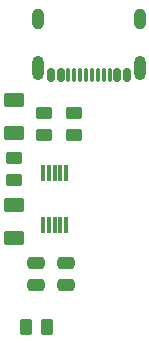
<source format=gbr>
%TF.GenerationSoftware,KiCad,Pcbnew,7.0.9*%
%TF.CreationDate,2024-05-14T19:27:58+09:00*%
%TF.ProjectId,06_WRITER,30365f57-5249-4544-9552-2e6b69636164,rev?*%
%TF.SameCoordinates,Original*%
%TF.FileFunction,Paste,Top*%
%TF.FilePolarity,Positive*%
%FSLAX46Y46*%
G04 Gerber Fmt 4.6, Leading zero omitted, Abs format (unit mm)*
G04 Created by KiCad (PCBNEW 7.0.9) date 2024-05-14 19:27:58*
%MOMM*%
%LPD*%
G01*
G04 APERTURE LIST*
G04 Aperture macros list*
%AMRoundRect*
0 Rectangle with rounded corners*
0 $1 Rounding radius*
0 $2 $3 $4 $5 $6 $7 $8 $9 X,Y pos of 4 corners*
0 Add a 4 corners polygon primitive as box body*
4,1,4,$2,$3,$4,$5,$6,$7,$8,$9,$2,$3,0*
0 Add four circle primitives for the rounded corners*
1,1,$1+$1,$2,$3*
1,1,$1+$1,$4,$5*
1,1,$1+$1,$6,$7*
1,1,$1+$1,$8,$9*
0 Add four rect primitives between the rounded corners*
20,1,$1+$1,$2,$3,$4,$5,0*
20,1,$1+$1,$4,$5,$6,$7,0*
20,1,$1+$1,$6,$7,$8,$9,0*
20,1,$1+$1,$8,$9,$2,$3,0*%
G04 Aperture macros list end*
%ADD10RoundRect,0.250000X0.625000X-0.375000X0.625000X0.375000X-0.625000X0.375000X-0.625000X-0.375000X0*%
%ADD11R,0.300000X1.400000*%
%ADD12RoundRect,0.250000X-0.475000X0.250000X-0.475000X-0.250000X0.475000X-0.250000X0.475000X0.250000X0*%
%ADD13RoundRect,0.250000X0.450000X-0.262500X0.450000X0.262500X-0.450000X0.262500X-0.450000X-0.262500X0*%
%ADD14RoundRect,0.250000X-0.450000X0.262500X-0.450000X-0.262500X0.450000X-0.262500X0.450000X0.262500X0*%
%ADD15RoundRect,0.150000X0.150000X0.425000X-0.150000X0.425000X-0.150000X-0.425000X0.150000X-0.425000X0*%
%ADD16RoundRect,0.075000X0.075000X0.500000X-0.075000X0.500000X-0.075000X-0.500000X0.075000X-0.500000X0*%
%ADD17O,1.000000X2.100000*%
%ADD18O,1.000000X1.800000*%
%ADD19RoundRect,0.250000X-0.262500X-0.450000X0.262500X-0.450000X0.262500X0.450000X-0.262500X0.450000X0*%
%ADD20RoundRect,0.250000X0.475000X-0.250000X0.475000X0.250000X-0.475000X0.250000X-0.475000X-0.250000X0*%
G04 APERTURE END LIST*
D10*
%TO.C,D2*%
X165100000Y-85855000D03*
X165100000Y-83055000D03*
%TD*%
D11*
%TO.C,U1*%
X169545000Y-80350000D03*
X169045000Y-80350000D03*
X168545000Y-80350000D03*
X168045000Y-80350000D03*
X167545000Y-80350000D03*
X167545000Y-84750000D03*
X168045000Y-84750000D03*
X168545000Y-84750000D03*
X169045000Y-84750000D03*
X169545000Y-84750000D03*
%TD*%
D12*
%TO.C,C1*%
X167005000Y-87950000D03*
X167005000Y-89850000D03*
%TD*%
D13*
%TO.C,R2*%
X167640000Y-77112500D03*
X167640000Y-75287500D03*
%TD*%
%TO.C,R1*%
X170180000Y-77112500D03*
X170180000Y-75287500D03*
%TD*%
D14*
%TO.C,R3*%
X165100000Y-79097500D03*
X165100000Y-80922500D03*
%TD*%
D15*
%TO.C,J1*%
X174650000Y-72065000D03*
X173850000Y-72065000D03*
D16*
X172700000Y-72065000D03*
X171700000Y-72065000D03*
X171200000Y-72065000D03*
X170200000Y-72065000D03*
D15*
X169050000Y-72065000D03*
X168250000Y-72065000D03*
X168250000Y-72065000D03*
X169050000Y-72065000D03*
D16*
X169700000Y-72065000D03*
X170700000Y-72065000D03*
X172200000Y-72065000D03*
X173200000Y-72065000D03*
D15*
X173850000Y-72065000D03*
X174650000Y-72065000D03*
D17*
X175770000Y-71490000D03*
D18*
X175770000Y-67310000D03*
D17*
X167130000Y-71490000D03*
D18*
X167130000Y-67310000D03*
%TD*%
D19*
%TO.C,R4*%
X166092500Y-93345000D03*
X167917500Y-93345000D03*
%TD*%
D10*
%TO.C,D1*%
X165100000Y-76965000D03*
X165100000Y-74165000D03*
%TD*%
D20*
%TO.C,C2*%
X169545000Y-89850000D03*
X169545000Y-87950000D03*
%TD*%
M02*

</source>
